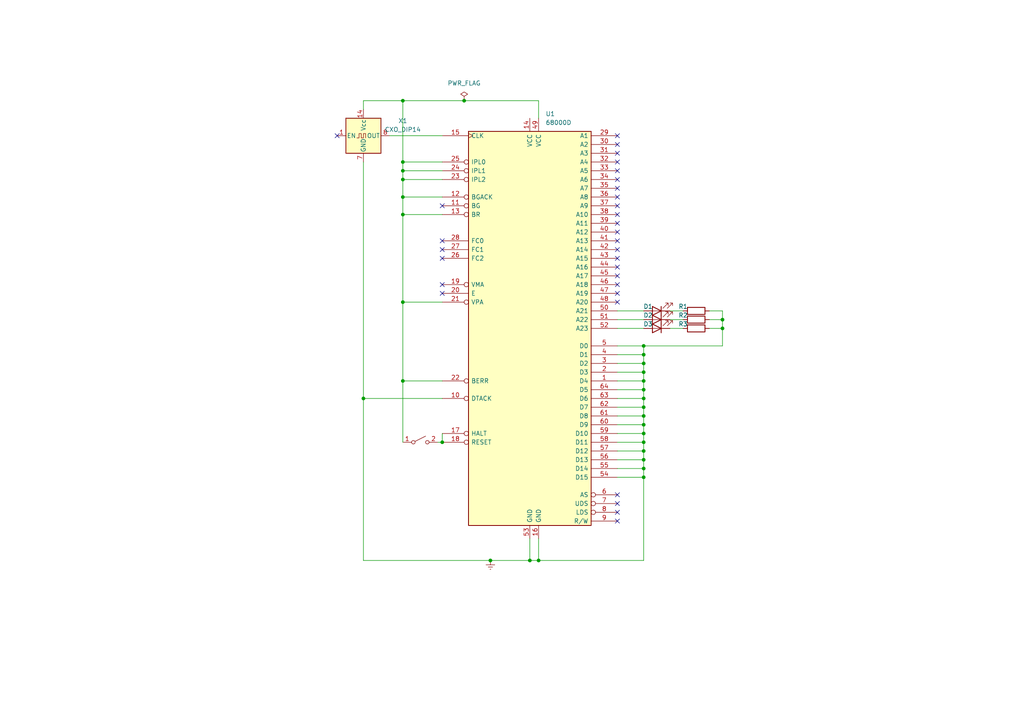
<source format=kicad_sch>
(kicad_sch (version 20211123) (generator eeschema)
  (paper "A4")
  (title_block (title "Free running 68k"))
  (lib_symbols
    (symbol "CPU_NXP_68000:68000D" (pin_names (offset 0.762))
      (property "Reference" "U" (at 0 2.54 0))
      (property "Value" "68000D" (at 0 -3.81 0))
      (symbol "68000D_0_1"
        (rectangle (start -17.78 57.15) (end 17.78 -57.15) (stroke (width 0.254)) (fill (type background)))
      )
      (symbol "68000D_1_1"
        (pin bidirectional line (at 25.4 -15.24 180) (length 7.62) (name "D4") (number "1"))
        (pin input inverted (at -25.4 -20.32 0) (length 7.62) (name "DTACK") (number "10"))
        (pin output inverted (at -25.4 35.56 0) (length 7.62) (name "BG") (number "11"))
        (pin input inverted (at -25.4 38.1 0) (length 7.62) (name "BGACK") (number "12"))
        (pin input inverted (at -25.4 33.02 0) (length 7.62) (name "BR") (number "13"))
        (pin power_in line (at 0 60.96 270) (length 3.81) (name "VCC") (number "14"))
        (pin input clock (at -25.4 55.88 0) (length 7.62) (name "CLK") (number "15"))
        (pin power_in line (at 2.54 -60.96 90) (length 3.81) (name "GND") (number "16"))
        (pin bidirectional inverted (at -25.4 -30.48 0) (length 7.62) (name "HALT") (number "17"))
        (pin bidirectional inverted (at -25.4 -33.02 0) (length 7.62) (name "RESET") (number "18"))
        (pin output inverted (at -25.4 12.7 0) (length 7.62) (name "VMA") (number "19"))
        (pin bidirectional line (at 25.4 -12.7 180) (length 7.62) (name "D3") (number "2"))
        (pin output line (at -25.4 10.16 0) (length 7.62) (name "E") (number "20"))
        (pin input inverted (at -25.4 7.62 0) (length 7.62) (name "VPA") (number "21"))
        (pin input inverted (at -25.4 -15.24 0) (length 7.62) (name "BERR") (number "22"))
        (pin input inverted (at -25.4 43.18 0) (length 7.62) (name "IPL2") (number "23"))
        (pin input inverted (at -25.4 45.72 0) (length 7.62) (name "IPL1") (number "24"))
        (pin input inverted (at -25.4 48.26 0) (length 7.62) (name "IPL0") (number "25"))
        (pin output line (at -25.4 20.32 0) (length 7.62) (name "FC2") (number "26"))
        (pin output line (at -25.4 22.86 0) (length 7.62) (name "FC1") (number "27"))
        (pin output line (at -25.4 25.4 0) (length 7.62) (name "FC0") (number "28"))
        (pin output line (at 25.4 55.88 180) (length 7.62) (name "A1") (number "29"))
        (pin bidirectional line (at 25.4 -10.16 180) (length 7.62) (name "D2") (number "3"))
        (pin output line (at 25.4 53.34 180) (length 7.62) (name "A2") (number "30"))
        (pin output line (at 25.4 50.8 180) (length 7.62) (name "A3") (number "31"))
        (pin output line (at 25.4 48.26 180) (length 7.62) (name "A4") (number "32"))
        (pin output line (at 25.4 45.72 180) (length 7.62) (name "A5") (number "33"))
        (pin output line (at 25.4 43.18 180) (length 7.62) (name "A6") (number "34"))
        (pin output line (at 25.4 40.64 180) (length 7.62) (name "A7") (number "35"))
        (pin output line (at 25.4 38.1 180) (length 7.62) (name "A8") (number "36"))
        (pin output line (at 25.4 35.56 180) (length 7.62) (name "A9") (number "37"))
        (pin output line (at 25.4 33.02 180) (length 7.62) (name "A10") (number "38"))
        (pin output line (at 25.4 30.48 180) (length 7.62) (name "A11") (number "39"))
        (pin bidirectional line (at 25.4 -7.62 180) (length 7.62) (name "D1") (number "4"))
        (pin output line (at 25.4 27.94 180) (length 7.62) (name "A12") (number "40"))
        (pin output line (at 25.4 25.4 180) (length 7.62) (name "A13") (number "41"))
        (pin output line (at 25.4 22.86 180) (length 7.62) (name "A14") (number "42"))
        (pin output line (at 25.4 20.32 180) (length 7.62) (name "A15") (number "43"))
        (pin output line (at 25.4 17.78 180) (length 7.62) (name "A16") (number "44"))
        (pin output line (at 25.4 15.24 180) (length 7.62) (name "A17") (number "45"))
        (pin output line (at 25.4 12.7 180) (length 7.62) (name "A18") (number "46"))
        (pin output line (at 25.4 10.16 180) (length 7.62) (name "A19") (number "47"))
        (pin output line (at 25.4 7.62 180) (length 7.62) (name "A20") (number "48"))
        (pin power_in line (at 2.54 60.96 270) (length 3.81) (name "VCC") (number "49"))
        (pin bidirectional line (at 25.4 -5.08 180) (length 7.62) (name "D0") (number "5"))
        (pin output line (at 25.4 5.08 180) (length 7.62) (name "A21") (number "50"))
        (pin output line (at 25.4 2.54 180) (length 7.62) (name "A22") (number "51"))
        (pin output line (at 25.4 0 180) (length 7.62) (name "A23") (number "52"))
        (pin power_in line (at 0 -60.96 90) (length 3.81) (name "GND") (number "53"))
        (pin bidirectional line (at 25.4 -43.18 180) (length 7.62) (name "D15") (number "54"))
        (pin bidirectional line (at 25.4 -40.64 180) (length 7.62) (name "D14") (number "55"))
        (pin bidirectional line (at 25.4 -38.1 180) (length 7.62) (name "D13") (number "56"))
        (pin bidirectional line (at 25.4 -35.56 180) (length 7.62) (name "D12") (number "57"))
        (pin bidirectional line (at 25.4 -33.02 180) (length 7.62) (name "D11") (number "58"))
        (pin bidirectional line (at 25.4 -30.48 180) (length 7.62) (name "D10") (number "59"))
        (pin output inverted (at 25.4 -48.26 180) (length 7.62) (name "AS") (number "6"))
        (pin bidirectional line (at 25.4 -27.94 180) (length 7.62) (name "D9") (number "60"))
        (pin bidirectional line (at 25.4 -25.4 180) (length 7.62) (name "D8") (number "61"))
        (pin bidirectional line (at 25.4 -22.86 180) (length 7.62) (name "D7") (number "62"))
        (pin bidirectional line (at 25.4 -20.32 180) (length 7.62) (name "D6") (number "63"))
        (pin bidirectional line (at 25.4 -17.78 180) (length 7.62) (name "D5") (number "64"))
        (pin output inverted (at 25.4 -50.8 180) (length 7.62) (name "UDS") (number "7"))
        (pin output inverted (at 25.4 -53.34 180) (length 7.62) (name "LDS") (number "8"))
        (pin output line (at 25.4 -55.88 180) (length 7.62) (name "R/W") (number "9"))
      )
    )
    (symbol "LED_1" (pin_numbers hide) (pin_names (offset 1.016) hide)
      (property "Reference" "D?" (at 2.54 -1.27 0))
      (symbol "LED_1_0_1"
        (polyline (pts (xy -1.27 -1.27) (xy -1.27 1.27)) (stroke (width 0.254)))
        (polyline (pts (xy -1.27 0) (xy 1.27 0)))
        (polyline (pts (xy 1.27 -1.27) (xy 1.27 1.27) (xy -1.27 0) (xy 1.27 -1.27)) (stroke (width 0.254)))
        (polyline (pts (xy -3.048 -0.762) (xy -4.572 -2.286) (xy -3.81 -2.286) (xy -4.572 -2.286) (xy -4.572 -1.524)))
        (polyline (pts (xy -1.778 -0.762) (xy -3.302 -2.286) (xy -2.54 -2.286) (xy -3.302 -2.286) (xy -3.302 -1.524)))
      )
      (symbol "LED_1_1_1"
        (pin passive line (at -3.81 0 0) (length 2.54) (name "K") (number "1"))
        (pin passive line (at 3.81 0 180) (length 2.54) (name "A") (number "2"))
      )
    )
    (symbol "Oscillator:CXO_DIP14" (pin_names (offset 0.254))
      (property "Reference" "X" (at -5.08 6.35 0))
      (property "Value" "CXO_DIP14" (at 1.27 -6.35 0))
      (symbol "CXO_DIP14_0_1"
        (rectangle (start -5.08 5.08) (end 5.08 -5.08) (stroke (width 0.254)) (fill (type background)))
        (polyline (pts (xy -1.905 -0.635) (xy -1.27 -0.635) (xy -1.27 0.635) (xy -0.635 0.635) (xy -0.635 -0.635) (xy 0 -0.635) (xy 0 0.635) (xy 0.635 0.635) (xy 0.635 -0.635)))
      )
      (symbol "CXO_DIP14_1_1"
        (pin input line (at -7.62 0 0) (length 2.54) (name "EN") (number "1"))
        (pin power_in line (at 0 7.62 270) (length 2.54) (name "Vcc") (number "14"))
        (pin power_in line (at 0 -7.62 90) (length 2.54) (name "GND") (number "7"))
        (pin output line (at 7.62 0 180) (length 2.54) (name "OUT") (number "8"))
      )
    )
    (symbol "R_2" (pin_numbers hide) (pin_names (offset 0))
      (property "Reference" "R?" (at 1.27 3.81 90))
      (symbol "R_2_0_1"
        (rectangle (start -1.016 -2.54) (end 1.016 2.54) (stroke (width 0.254)))
      )
      (symbol "R_2_1_1"
        (pin passive line (at 0 3.81 270) (length 1.27) (name "~") (number "1"))
        (pin passive line (at 0 -3.81 90) (length 1.27) (name "~") (number "2"))
      )
    )
    (symbol "Switch:SW_DPST_x2" (pin_names (offset 0) hide)
      (property "Reference" "SW" (at 0 3.175 0))
      (property "Value" "SW_DPST_x2" (at 0 -2.54 0))
      (symbol "SW_DPST_x2_0_0"
        (circle (center -2.032 0) (radius 0.508))
        (polyline (pts (xy -1.524 0.254) (xy 1.524 1.778)))
        (circle (center 2.032 0) (radius 0.508))
      )
      (symbol "SW_DPST_x2_1_1"
        (pin passive line (at -5.08 0 0) (length 2.54) (name "A") (number "1"))
        (pin passive line (at 5.08 0 180) (length 2.54) (name "B") (number "2"))
      )
      (symbol "SW_DPST_x2_2_1"
        (pin passive line (at -5.08 0 0) (length 2.54) (name "A") (number "3"))
        (pin passive line (at 5.08 0 180) (length 2.54) (name "B") (number "4"))
      )
    )
    (symbol "power:Earth" (power) (pin_names (offset 0))
      (symbol "Earth_0_1"
        (polyline (pts (xy -0.635 -1.905) (xy 0.635 -1.905)))
        (polyline (pts (xy -0.127 -2.54) (xy 0.127 -2.54)))
        (polyline (pts (xy 0 -1.27) (xy 0 0)))
        (polyline (pts (xy 1.27 -1.27) (xy -1.27 -1.27)))
      )
      (symbol "Earth_1_1"
        (pin power_in line (at 0 0 270) (length 0) hide (name "Earth") (number "1"))
      )
    )
    (symbol "power:PWR_FLAG" (power) (pin_numbers hide) (pin_names (offset 0) hide)
      (property "Value" "PWR_FLAG" (at 0 3.81 0))
      (symbol "PWR_FLAG_0_0"
        (pin power_out line (at 0 0 90) (length 0) (name "pwr") (number "1"))
      )
      (symbol "PWR_FLAG_0_1"
        (polyline (pts (xy 0 0) (xy 0 1.27) (xy -1.016 1.905) (xy 0 2.54) (xy 1.016 1.905) (xy 0 1.27)))
      )
    )
  )
  (junction (at 116.84 57.15))
  (junction (at 209.55 92.71))
  (junction (at 105.41 115.57))
  (junction (at 186.69 110.49))
  (junction (at 186.69 133.35))
  (junction (at 156.21 162.56))
  (junction (at 186.69 107.95))
  (junction (at 186.69 128.27))
  (junction (at 186.69 113.03))
  (junction (at 186.69 115.57))
  (junction (at 186.69 120.65))
  (junction (at 116.84 29.21))
  (junction (at 186.69 130.81))
  (junction (at 142.24 162.56))
  (junction (at 186.69 105.41))
  (junction (at 186.69 138.43))
  (junction (at 209.55 95.25))
  (junction (at 186.69 100.33))
  (junction (at 186.69 102.87))
  (junction (at 116.84 49.53))
  (junction (at 116.84 110.49))
  (junction (at 116.84 87.63))
  (junction (at 116.84 52.07))
  (junction (at 128.27 128.27))
  (junction (at 153.67 162.56))
  (junction (at 134.62 29.21))
  (junction (at 116.84 46.99))
  (junction (at 186.69 123.19))
  (junction (at 186.69 125.73))
  (junction (at 186.69 135.89))
  (junction (at 186.69 118.11))
  (junction (at 116.84 62.23))
  (no_connect (at 179.07 67.31))
  (no_connect (at 179.07 69.85))
  (no_connect (at 179.07 72.39))
  (no_connect (at 179.07 74.93))
  (no_connect (at 128.27 74.93))
  (no_connect (at 128.27 69.85))
  (no_connect (at 128.27 72.39))
  (no_connect (at 128.27 85.09))
  (no_connect (at 128.27 82.55))
  (no_connect (at 128.27 59.69))
  (no_connect (at 179.07 87.63))
  (no_connect (at 179.07 52.07))
  (no_connect (at 179.07 54.61))
  (no_connect (at 179.07 57.15))
  (no_connect (at 179.07 59.69))
  (no_connect (at 179.07 62.23))
  (no_connect (at 179.07 64.77))
  (no_connect (at 179.07 49.53))
  (no_connect (at 179.07 39.37))
  (no_connect (at 179.07 41.91))
  (no_connect (at 179.07 44.45))
  (no_connect (at 179.07 46.99))
  (no_connect (at 97.79 39.37))
  (no_connect (at 179.07 151.13))
  (no_connect (at 179.07 143.51))
  (no_connect (at 179.07 146.05))
  (no_connect (at 179.07 148.59))
  (no_connect (at 179.07 77.47))
  (no_connect (at 179.07 80.01))
  (no_connect (at 179.07 82.55))
  (no_connect (at 179.07 85.09))
  (wire (pts (xy 186.69 115.57) (xy 186.69 118.11)))
  (wire (pts (xy 186.69 123.19) (xy 186.69 125.73)))
  (wire (pts (xy 156.21 162.56) (xy 186.69 162.56)))
  (wire (pts (xy 116.84 49.53) (xy 116.84 52.07)))
  (wire (pts (xy 209.55 100.33) (xy 186.69 100.33)))
  (wire (pts (xy 116.84 49.53) (xy 128.27 49.53)))
  (wire (pts (xy 179.07 128.27) (xy 186.69 128.27)))
  (wire (pts (xy 179.07 115.57) (xy 186.69 115.57)))
  (wire (pts (xy 128.27 87.63) (xy 116.84 87.63)))
  (wire (pts (xy 194.31 92.71) (xy 198.12 92.71)))
  (wire (pts (xy 186.69 133.35) (xy 186.69 135.89)))
  (wire (pts (xy 186.69 130.81) (xy 186.69 133.35)))
  (wire (pts (xy 116.84 46.99) (xy 116.84 49.53)))
  (wire (pts (xy 205.74 92.71) (xy 209.55 92.71)))
  (wire (pts (xy 186.69 107.95) (xy 186.69 110.49)))
  (wire (pts (xy 156.21 156.21) (xy 156.21 162.56)))
  (wire (pts (xy 179.07 92.71) (xy 186.69 92.71)))
  (wire (pts (xy 179.07 130.81) (xy 186.69 130.81)))
  (wire (pts (xy 116.84 52.07) (xy 128.27 52.07)))
  (wire (pts (xy 127 128.27) (xy 128.27 128.27)))
  (wire (pts (xy 116.84 57.15) (xy 116.84 62.23)))
  (wire (pts (xy 105.41 29.21) (xy 116.84 29.21)))
  (wire (pts (xy 179.07 118.11) (xy 186.69 118.11)))
  (wire (pts (xy 186.69 125.73) (xy 186.69 128.27)))
  (wire (pts (xy 105.41 115.57) (xy 128.27 115.57)))
  (wire (pts (xy 194.31 95.25) (xy 198.12 95.25)))
  (wire (pts (xy 116.84 62.23) (xy 116.84 87.63)))
  (wire (pts (xy 179.07 125.73) (xy 186.69 125.73)))
  (wire (pts (xy 116.84 110.49) (xy 116.84 128.27)))
  (wire (pts (xy 153.67 162.56) (xy 156.21 162.56)))
  (wire (pts (xy 105.41 162.56) (xy 142.24 162.56)))
  (wire (pts (xy 105.41 46.99) (xy 105.41 115.57)))
  (wire (pts (xy 116.84 46.99) (xy 128.27 46.99)))
  (wire (pts (xy 116.84 110.49) (xy 128.27 110.49)))
  (wire (pts (xy 179.07 95.25) (xy 186.69 95.25)))
  (wire (pts (xy 179.07 90.17) (xy 186.69 90.17)))
  (wire (pts (xy 186.69 105.41) (xy 186.69 107.95)))
  (wire (pts (xy 186.69 118.11) (xy 186.69 120.65)))
  (wire (pts (xy 186.69 135.89) (xy 186.69 138.43)))
  (wire (pts (xy 153.67 156.21) (xy 153.67 162.56)))
  (wire (pts (xy 194.31 90.17) (xy 198.12 90.17)))
  (wire (pts (xy 179.07 120.65) (xy 186.69 120.65)))
  (wire (pts (xy 116.84 57.15) (xy 128.27 57.15)))
  (wire (pts (xy 186.69 102.87) (xy 186.69 105.41)))
  (wire (pts (xy 186.69 120.65) (xy 186.69 123.19)))
  (wire (pts (xy 128.27 125.73) (xy 128.27 128.27)))
  (wire (pts (xy 142.24 162.56) (xy 153.67 162.56)))
  (wire (pts (xy 105.41 115.57) (xy 105.41 162.56)))
  (wire (pts (xy 205.74 90.17) (xy 209.55 90.17)))
  (wire (pts (xy 113.03 39.37) (xy 128.27 39.37)))
  (wire (pts (xy 186.69 113.03) (xy 186.69 115.57)))
  (wire (pts (xy 209.55 92.71) (xy 209.55 95.25)))
  (wire (pts (xy 179.07 102.87) (xy 186.69 102.87)))
  (wire (pts (xy 116.84 29.21) (xy 116.84 46.99)))
  (wire (pts (xy 179.07 100.33) (xy 186.69 100.33)))
  (wire (pts (xy 116.84 52.07) (xy 116.84 57.15)))
  (wire (pts (xy 186.69 138.43) (xy 186.69 162.56)))
  (wire (pts (xy 179.07 107.95) (xy 186.69 107.95)))
  (wire (pts (xy 116.84 29.21) (xy 134.62 29.21)))
  (wire (pts (xy 209.55 90.17) (xy 209.55 92.71)))
  (wire (pts (xy 105.41 29.21) (xy 105.41 31.75)))
  (wire (pts (xy 179.07 105.41) (xy 186.69 105.41)))
  (wire (pts (xy 179.07 123.19) (xy 186.69 123.19)))
  (wire (pts (xy 186.69 110.49) (xy 186.69 113.03)))
  (wire (pts (xy 179.07 110.49) (xy 186.69 110.49)))
  (wire (pts (xy 186.69 128.27) (xy 186.69 130.81)))
  (wire (pts (xy 134.62 29.21) (xy 156.21 29.21)))
  (wire (pts (xy 156.21 29.21) (xy 156.21 34.29)))
  (wire (pts (xy 179.07 113.03) (xy 186.69 113.03)))
  (wire (pts (xy 209.55 95.25) (xy 209.55 100.33)))
  (wire (pts (xy 116.84 87.63) (xy 116.84 110.49)))
  (wire (pts (xy 179.07 135.89) (xy 186.69 135.89)))
  (wire (pts (xy 186.69 100.33) (xy 186.69 102.87)))
  (wire (pts (xy 179.07 133.35) (xy 186.69 133.35)))
  (wire (pts (xy 179.07 138.43) (xy 186.69 138.43)))
  (wire (pts (xy 205.74 95.25) (xy 209.55 95.25)))
  (wire (pts (xy 128.27 62.23) (xy 116.84 62.23)))
  (symbol (lib_id "Switch:SW_DPST_x2") (at 121.92 128.27 0) (unit 1)
    (property "Reference" "SW1" (effects hide))
    (property "Value" "SW_DPST_x2" (effects hide))
  )
  (symbol (lib_name "R_2") (lib_id "Device:R") (at 201.93 90.17 90) (unit 1)
    (property "Reference" "R1" (at 198.12 88.9 90))
    (property "Value" "R" (effects hide))
  )
  (symbol (lib_name "R_2") (lib_id "Device:R") (at 201.93 95.25 90) (unit 1)
    (property "Reference" "R3" (at 198.12 93.98 90))
    (property "Value" "R" (effects hide))
  )
  (symbol (lib_name "LED_1") (lib_id "Device:LED") (at 190.5 92.71 180) (unit 1)
    (property "Reference" "D2" (at 187.96 91.44 0))
    (property "Value" "LED" (effects hide))
  )
  (symbol (lib_name "R_2") (lib_id "Device:R") (at 201.93 92.71 90) (unit 1)
    (property "Reference" "R2" (at 198.12 91.44 90))
    (property "Value" "R" (effects hide))
  )
  (symbol (lib_id "power:Earth") (at 142.24 162.56 0) (unit 1)
    (property "Reference" "#PWR01" (effects hide))
    (property "Value" "Earth" (effects hide))
  )
  (symbol (lib_name "LED_1") (lib_id "Device:LED") (at 190.5 90.17 180) (unit 1)
    (property "Reference" "D1" (at 187.96 88.9 0))
    (property "Value" "LED" (effects hide))
  )
  (symbol (lib_id "CPU_NXP_68000:68000D") (at 153.67 95.25 0) (unit 1)
    (property "Reference" "U1" (at 158.2294 33.02 0) (effects (justify left)))
    (property "Value" "68000D" (at 158.2294 35.56 0) (effects (justify left)))
    (property "Datasheet" "https://www.nxp.com/docs/en/reference-manual/MC68000UM.pdf" (effects hide))
  )
  (symbol (lib_id "Oscillator:CXO_DIP14") (at 105.41 39.37 0) (unit 1)
    (property "Reference" "X1" (at 116.84 35.0393 0))
    (property "Value" "CXO_DIP14" (at 116.84 37.5793 0))
    (property "Footprint" "Oscillator:Oscillator_DIP-14" (effects hide))
    (property "Datasheet" "http://cdn-reichelt.de/documents/datenblatt/B400/OSZI.pdf" (effects hide))
  )
  (symbol (lib_id "power:PWR_FLAG") (at 134.62 29.21 0) (unit 1)
    (property "Reference" "#FLG01" (effects hide))
    (property "Value" "PWR_FLAG" (at 134.62 24.13 0))
  )
  (symbol (lib_name "LED_1") (lib_id "Device:LED") (at 190.5 95.25 180) (unit 1)
    (property "Reference" "D3" (at 187.96 93.98 0))
    (property "Value" "LED" (effects hide))
  )
)
</source>
